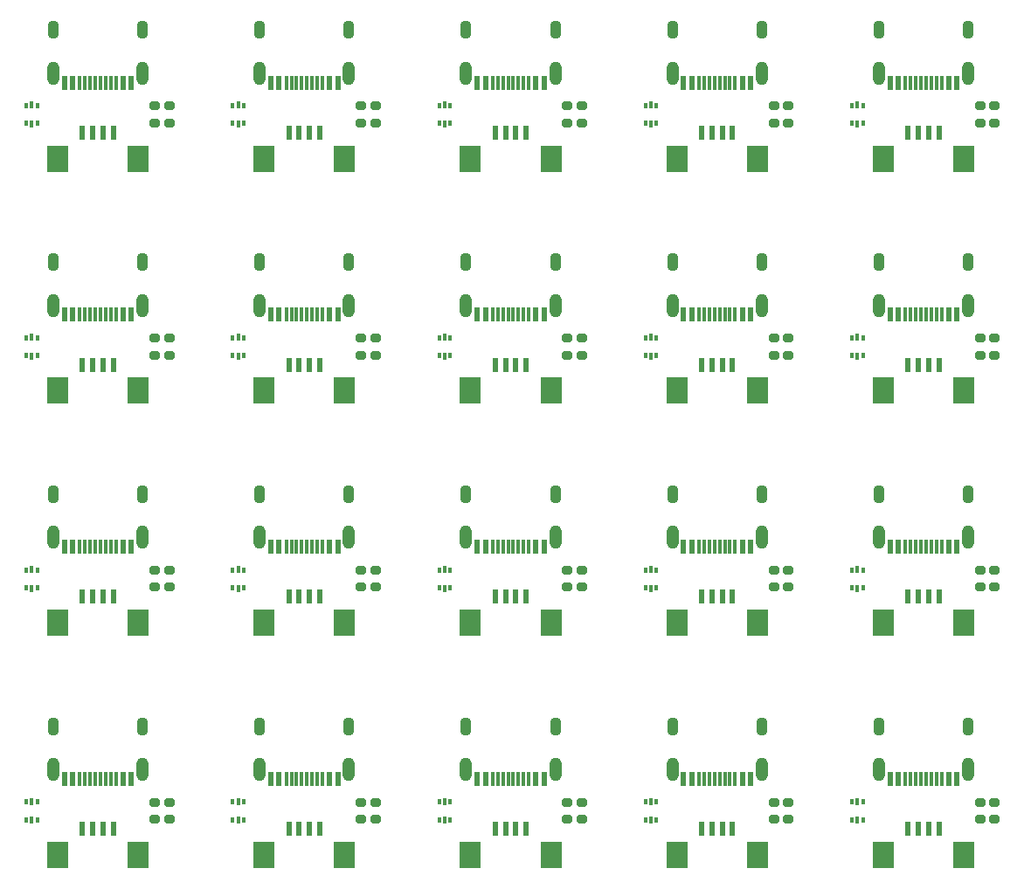
<source format=gtp>
%TF.GenerationSoftware,KiCad,Pcbnew,8.0.4*%
%TF.CreationDate,2024-12-20T12:35:40+08:00*%
%TF.ProjectId,c3-type-c-out-panelized-output,63332d74-7970-4652-9d63-2d6f75742d70,rev?*%
%TF.SameCoordinates,PX5836c38PY1312d00*%
%TF.FileFunction,Paste,Top*%
%TF.FilePolarity,Positive*%
%FSLAX46Y46*%
G04 Gerber Fmt 4.6, Leading zero omitted, Abs format (unit mm)*
G04 Created by KiCad (PCBNEW 8.0.4) date 2024-12-20 12:35:40*
%MOMM*%
%LPD*%
G01*
G04 APERTURE LIST*
G04 Aperture macros list*
%AMRoundRect*
0 Rectangle with rounded corners*
0 $1 Rounding radius*
0 $2 $3 $4 $5 $6 $7 $8 $9 X,Y pos of 4 corners*
0 Add a 4 corners polygon primitive as box body*
4,1,4,$2,$3,$4,$5,$6,$7,$8,$9,$2,$3,0*
0 Add four circle primitives for the rounded corners*
1,1,$1+$1,$2,$3*
1,1,$1+$1,$4,$5*
1,1,$1+$1,$6,$7*
1,1,$1+$1,$8,$9*
0 Add four rect primitives between the rounded corners*
20,1,$1+$1,$2,$3,$4,$5,0*
20,1,$1+$1,$4,$5,$6,$7,0*
20,1,$1+$1,$6,$7,$8,$9,0*
20,1,$1+$1,$8,$9,$2,$3,0*%
G04 Aperture macros list end*
%ADD10R,0.600000X1.450000*%
%ADD11R,0.300000X1.450000*%
%ADD12O,1.200000X2.300000*%
%ADD13O,1.100000X1.800000*%
%ADD14R,0.375000X0.500000*%
%ADD15R,0.300000X0.650000*%
%ADD16RoundRect,0.200000X-0.275000X0.200000X-0.275000X-0.200000X0.275000X-0.200000X0.275000X0.200000X0*%
%ADD17RoundRect,0.200000X0.275000X-0.200000X0.275000X0.200000X-0.275000X0.200000X-0.275000X-0.200000X0*%
%ADD18R,0.500000X1.400000*%
%ADD19R,2.000000X2.500000*%
G04 APERTURE END LIST*
D10*
%TO.C,J1*%
X99251000Y-51495000D03*
X98451000Y-51495000D03*
D11*
X97251000Y-51495000D03*
X96251000Y-51495000D03*
X95751000Y-51495000D03*
X94751000Y-51495000D03*
D10*
X93551000Y-51495000D03*
X92751000Y-51495000D03*
X92751000Y-51495000D03*
X93551000Y-51495000D03*
D11*
X94251000Y-51495000D03*
X95251000Y-51495000D03*
X96751000Y-51495000D03*
X97751000Y-51495000D03*
D10*
X98451000Y-51495000D03*
X99251000Y-51495000D03*
D12*
X100321000Y-50580000D03*
D13*
X100321000Y-46400000D03*
D12*
X91681000Y-50580000D03*
D13*
X91681000Y-46400000D03*
%TD*%
D10*
%TO.C,J1*%
X39251000Y-6495000D03*
X38451000Y-6495000D03*
D11*
X37251000Y-6495000D03*
X36251000Y-6495000D03*
X35751000Y-6495000D03*
X34751000Y-6495000D03*
D10*
X33551000Y-6495000D03*
X32751000Y-6495000D03*
X32751000Y-6495000D03*
X33551000Y-6495000D03*
D11*
X34251000Y-6495000D03*
X35251000Y-6495000D03*
X36751000Y-6495000D03*
X37751000Y-6495000D03*
D10*
X38451000Y-6495000D03*
X39251000Y-6495000D03*
D12*
X40321000Y-5580000D03*
D13*
X40321000Y-1400000D03*
D12*
X31681000Y-5580000D03*
D13*
X31681000Y-1400000D03*
%TD*%
D14*
%TO.C,U1*%
X70138500Y-76250000D03*
D15*
X69601000Y-76175000D03*
D14*
X69063500Y-76250000D03*
X69063500Y-77950000D03*
D15*
X69601000Y-78025000D03*
D14*
X70138500Y-77950000D03*
%TD*%
%TO.C,U1*%
X50138500Y-53750000D03*
D15*
X49601000Y-53675000D03*
D14*
X49063500Y-53750000D03*
X49063500Y-55450000D03*
D15*
X49601000Y-55525000D03*
D14*
X50138500Y-55450000D03*
%TD*%
D10*
%TO.C,J1*%
X79251000Y-6495000D03*
X78451000Y-6495000D03*
D11*
X77251000Y-6495000D03*
X76251000Y-6495000D03*
X75751000Y-6495000D03*
X74751000Y-6495000D03*
D10*
X73551000Y-6495000D03*
X72751000Y-6495000D03*
X72751000Y-6495000D03*
X73551000Y-6495000D03*
D11*
X74251000Y-6495000D03*
X75251000Y-6495000D03*
X76751000Y-6495000D03*
X77751000Y-6495000D03*
D10*
X78451000Y-6495000D03*
X79251000Y-6495000D03*
D12*
X80321000Y-5580000D03*
D13*
X80321000Y-1400000D03*
D12*
X71681000Y-5580000D03*
D13*
X71681000Y-1400000D03*
%TD*%
D14*
%TO.C,U1*%
X10138500Y-53750000D03*
D15*
X9601000Y-53675000D03*
D14*
X9063500Y-53750000D03*
X9063500Y-55450000D03*
D15*
X9601000Y-55525000D03*
D14*
X10138500Y-55450000D03*
%TD*%
D10*
%TO.C,J1*%
X19251000Y-28995000D03*
X18451000Y-28995000D03*
D11*
X17251000Y-28995000D03*
X16251000Y-28995000D03*
X15751000Y-28995000D03*
X14751000Y-28995000D03*
D10*
X13551000Y-28995000D03*
X12751000Y-28995000D03*
X12751000Y-28995000D03*
X13551000Y-28995000D03*
D11*
X14251000Y-28995000D03*
X15251000Y-28995000D03*
X16751000Y-28995000D03*
X17751000Y-28995000D03*
D10*
X18451000Y-28995000D03*
X19251000Y-28995000D03*
D12*
X20321000Y-28080000D03*
D13*
X20321000Y-23900000D03*
D12*
X11681000Y-28080000D03*
D13*
X11681000Y-23900000D03*
%TD*%
D14*
%TO.C,U1*%
X70138500Y-53750000D03*
D15*
X69601000Y-53675000D03*
D14*
X69063500Y-53750000D03*
X69063500Y-55450000D03*
D15*
X69601000Y-55525000D03*
D14*
X70138500Y-55450000D03*
%TD*%
D10*
%TO.C,J1*%
X59251000Y-73995000D03*
X58451000Y-73995000D03*
D11*
X57251000Y-73995000D03*
X56251000Y-73995000D03*
X55751000Y-73995000D03*
X54751000Y-73995000D03*
D10*
X53551000Y-73995000D03*
X52751000Y-73995000D03*
X52751000Y-73995000D03*
X53551000Y-73995000D03*
D11*
X54251000Y-73995000D03*
X55251000Y-73995000D03*
X56751000Y-73995000D03*
X57751000Y-73995000D03*
D10*
X58451000Y-73995000D03*
X59251000Y-73995000D03*
D12*
X60321000Y-73080000D03*
D13*
X60321000Y-68900000D03*
D12*
X51681000Y-73080000D03*
D13*
X51681000Y-68900000D03*
%TD*%
D16*
%TO.C,R2*%
X81501000Y-8775000D03*
X81501000Y-10425000D03*
%TD*%
D10*
%TO.C,J1*%
X19251000Y-73995000D03*
X18451000Y-73995000D03*
D11*
X17251000Y-73995000D03*
X16251000Y-73995000D03*
X15751000Y-73995000D03*
X14751000Y-73995000D03*
D10*
X13551000Y-73995000D03*
X12751000Y-73995000D03*
X12751000Y-73995000D03*
X13551000Y-73995000D03*
D11*
X14251000Y-73995000D03*
X15251000Y-73995000D03*
X16751000Y-73995000D03*
X17751000Y-73995000D03*
D10*
X18451000Y-73995000D03*
X19251000Y-73995000D03*
D12*
X20321000Y-73080000D03*
D13*
X20321000Y-68900000D03*
D12*
X11681000Y-73080000D03*
D13*
X11681000Y-68900000D03*
%TD*%
D10*
%TO.C,J1*%
X39251000Y-51495000D03*
X38451000Y-51495000D03*
D11*
X37251000Y-51495000D03*
X36251000Y-51495000D03*
X35751000Y-51495000D03*
X34751000Y-51495000D03*
D10*
X33551000Y-51495000D03*
X32751000Y-51495000D03*
X32751000Y-51495000D03*
X33551000Y-51495000D03*
D11*
X34251000Y-51495000D03*
X35251000Y-51495000D03*
X36751000Y-51495000D03*
X37751000Y-51495000D03*
D10*
X38451000Y-51495000D03*
X39251000Y-51495000D03*
D12*
X40321000Y-50580000D03*
D13*
X40321000Y-46400000D03*
D12*
X31681000Y-50580000D03*
D13*
X31681000Y-46400000D03*
%TD*%
D17*
%TO.C,R1*%
X102901000Y-77925000D03*
X102901000Y-76275000D03*
%TD*%
%TO.C,R1*%
X82901000Y-55425000D03*
X82901000Y-53775000D03*
%TD*%
D18*
%TO.C,J2*%
X14501000Y-33850000D03*
X15501000Y-33850000D03*
X16501000Y-33850000D03*
X17501000Y-33850000D03*
D19*
X12101000Y-36375000D03*
X19901000Y-36375000D03*
%TD*%
D14*
%TO.C,U1*%
X10138500Y-31250000D03*
D15*
X9601000Y-31175000D03*
D14*
X9063500Y-31250000D03*
X9063500Y-32950000D03*
D15*
X9601000Y-33025000D03*
D14*
X10138500Y-32950000D03*
%TD*%
D16*
%TO.C,R2*%
X101501000Y-53775000D03*
X101501000Y-55425000D03*
%TD*%
%TO.C,R2*%
X21501000Y-76275000D03*
X21501000Y-77925000D03*
%TD*%
D18*
%TO.C,J2*%
X34501000Y-33850000D03*
X35501000Y-33850000D03*
X36501000Y-33850000D03*
X37501000Y-33850000D03*
D19*
X32101000Y-36375000D03*
X39901000Y-36375000D03*
%TD*%
D16*
%TO.C,R2*%
X61501000Y-31275000D03*
X61501000Y-32925000D03*
%TD*%
D17*
%TO.C,R1*%
X42901000Y-55425000D03*
X42901000Y-53775000D03*
%TD*%
D14*
%TO.C,U1*%
X90138500Y-76250000D03*
D15*
X89601000Y-76175000D03*
D14*
X89063500Y-76250000D03*
X89063500Y-77950000D03*
D15*
X89601000Y-78025000D03*
D14*
X90138500Y-77950000D03*
%TD*%
D17*
%TO.C,R1*%
X102901000Y-10425000D03*
X102901000Y-8775000D03*
%TD*%
%TO.C,R1*%
X62901000Y-55425000D03*
X62901000Y-53775000D03*
%TD*%
%TO.C,R1*%
X22901000Y-55425000D03*
X22901000Y-53775000D03*
%TD*%
D14*
%TO.C,U1*%
X10138500Y-76250000D03*
D15*
X9601000Y-76175000D03*
D14*
X9063500Y-76250000D03*
X9063500Y-77950000D03*
D15*
X9601000Y-78025000D03*
D14*
X10138500Y-77950000D03*
%TD*%
D16*
%TO.C,R2*%
X41501000Y-76275000D03*
X41501000Y-77925000D03*
%TD*%
D18*
%TO.C,J2*%
X74501000Y-78850000D03*
X75501000Y-78850000D03*
X76501000Y-78850000D03*
X77501000Y-78850000D03*
D19*
X72101000Y-81375000D03*
X79901000Y-81375000D03*
%TD*%
D18*
%TO.C,J2*%
X34501000Y-11350000D03*
X35501000Y-11350000D03*
X36501000Y-11350000D03*
X37501000Y-11350000D03*
D19*
X32101000Y-13875000D03*
X39901000Y-13875000D03*
%TD*%
D14*
%TO.C,U1*%
X30138500Y-53750000D03*
D15*
X29601000Y-53675000D03*
D14*
X29063500Y-53750000D03*
X29063500Y-55450000D03*
D15*
X29601000Y-55525000D03*
D14*
X30138500Y-55450000D03*
%TD*%
D10*
%TO.C,J1*%
X59251000Y-28995000D03*
X58451000Y-28995000D03*
D11*
X57251000Y-28995000D03*
X56251000Y-28995000D03*
X55751000Y-28995000D03*
X54751000Y-28995000D03*
D10*
X53551000Y-28995000D03*
X52751000Y-28995000D03*
X52751000Y-28995000D03*
X53551000Y-28995000D03*
D11*
X54251000Y-28995000D03*
X55251000Y-28995000D03*
X56751000Y-28995000D03*
X57751000Y-28995000D03*
D10*
X58451000Y-28995000D03*
X59251000Y-28995000D03*
D12*
X60321000Y-28080000D03*
D13*
X60321000Y-23900000D03*
D12*
X51681000Y-28080000D03*
D13*
X51681000Y-23900000D03*
%TD*%
D17*
%TO.C,R1*%
X42901000Y-10425000D03*
X42901000Y-8775000D03*
%TD*%
D18*
%TO.C,J2*%
X54501000Y-33850000D03*
X55501000Y-33850000D03*
X56501000Y-33850000D03*
X57501000Y-33850000D03*
D19*
X52101000Y-36375000D03*
X59901000Y-36375000D03*
%TD*%
D17*
%TO.C,R1*%
X102901000Y-55425000D03*
X102901000Y-53775000D03*
%TD*%
D16*
%TO.C,R2*%
X101501000Y-8775000D03*
X101501000Y-10425000D03*
%TD*%
D18*
%TO.C,J2*%
X74501000Y-56350000D03*
X75501000Y-56350000D03*
X76501000Y-56350000D03*
X77501000Y-56350000D03*
D19*
X72101000Y-58875000D03*
X79901000Y-58875000D03*
%TD*%
D16*
%TO.C,R2*%
X81501000Y-31275000D03*
X81501000Y-32925000D03*
%TD*%
D18*
%TO.C,J2*%
X74501000Y-33850000D03*
X75501000Y-33850000D03*
X76501000Y-33850000D03*
X77501000Y-33850000D03*
D19*
X72101000Y-36375000D03*
X79901000Y-36375000D03*
%TD*%
D17*
%TO.C,R1*%
X62901000Y-77925000D03*
X62901000Y-76275000D03*
%TD*%
D16*
%TO.C,R2*%
X21501000Y-8775000D03*
X21501000Y-10425000D03*
%TD*%
D10*
%TO.C,J1*%
X79251000Y-51495000D03*
X78451000Y-51495000D03*
D11*
X77251000Y-51495000D03*
X76251000Y-51495000D03*
X75751000Y-51495000D03*
X74751000Y-51495000D03*
D10*
X73551000Y-51495000D03*
X72751000Y-51495000D03*
X72751000Y-51495000D03*
X73551000Y-51495000D03*
D11*
X74251000Y-51495000D03*
X75251000Y-51495000D03*
X76751000Y-51495000D03*
X77751000Y-51495000D03*
D10*
X78451000Y-51495000D03*
X79251000Y-51495000D03*
D12*
X80321000Y-50580000D03*
D13*
X80321000Y-46400000D03*
D12*
X71681000Y-50580000D03*
D13*
X71681000Y-46400000D03*
%TD*%
D18*
%TO.C,J2*%
X94501000Y-33850000D03*
X95501000Y-33850000D03*
X96501000Y-33850000D03*
X97501000Y-33850000D03*
D19*
X92101000Y-36375000D03*
X99901000Y-36375000D03*
%TD*%
D14*
%TO.C,U1*%
X50138500Y-31250000D03*
D15*
X49601000Y-31175000D03*
D14*
X49063500Y-31250000D03*
X49063500Y-32950000D03*
D15*
X49601000Y-33025000D03*
D14*
X50138500Y-32950000D03*
%TD*%
D17*
%TO.C,R1*%
X42901000Y-77925000D03*
X42901000Y-76275000D03*
%TD*%
D18*
%TO.C,J2*%
X94501000Y-78850000D03*
X95501000Y-78850000D03*
X96501000Y-78850000D03*
X97501000Y-78850000D03*
D19*
X92101000Y-81375000D03*
X99901000Y-81375000D03*
%TD*%
D17*
%TO.C,R1*%
X82901000Y-32925000D03*
X82901000Y-31275000D03*
%TD*%
D14*
%TO.C,U1*%
X90138500Y-8750000D03*
D15*
X89601000Y-8675000D03*
D14*
X89063500Y-8750000D03*
X89063500Y-10450000D03*
D15*
X89601000Y-10525000D03*
D14*
X90138500Y-10450000D03*
%TD*%
D16*
%TO.C,R2*%
X61501000Y-76275000D03*
X61501000Y-77925000D03*
%TD*%
D18*
%TO.C,J2*%
X54501000Y-78850000D03*
X55501000Y-78850000D03*
X56501000Y-78850000D03*
X57501000Y-78850000D03*
D19*
X52101000Y-81375000D03*
X59901000Y-81375000D03*
%TD*%
D16*
%TO.C,R2*%
X41501000Y-31275000D03*
X41501000Y-32925000D03*
%TD*%
D17*
%TO.C,R1*%
X102901000Y-32925000D03*
X102901000Y-31275000D03*
%TD*%
D14*
%TO.C,U1*%
X30138500Y-8750000D03*
D15*
X29601000Y-8675000D03*
D14*
X29063500Y-8750000D03*
X29063500Y-10450000D03*
D15*
X29601000Y-10525000D03*
D14*
X30138500Y-10450000D03*
%TD*%
D16*
%TO.C,R2*%
X41501000Y-8775000D03*
X41501000Y-10425000D03*
%TD*%
D17*
%TO.C,R1*%
X22901000Y-10425000D03*
X22901000Y-8775000D03*
%TD*%
D18*
%TO.C,J2*%
X14501000Y-56350000D03*
X15501000Y-56350000D03*
X16501000Y-56350000D03*
X17501000Y-56350000D03*
D19*
X12101000Y-58875000D03*
X19901000Y-58875000D03*
%TD*%
D17*
%TO.C,R1*%
X62901000Y-32925000D03*
X62901000Y-31275000D03*
%TD*%
D18*
%TO.C,J2*%
X74501000Y-11350000D03*
X75501000Y-11350000D03*
X76501000Y-11350000D03*
X77501000Y-11350000D03*
D19*
X72101000Y-13875000D03*
X79901000Y-13875000D03*
%TD*%
D14*
%TO.C,U1*%
X50138500Y-8750000D03*
D15*
X49601000Y-8675000D03*
D14*
X49063500Y-8750000D03*
X49063500Y-10450000D03*
D15*
X49601000Y-10525000D03*
D14*
X50138500Y-10450000D03*
%TD*%
D10*
%TO.C,J1*%
X19251000Y-51495000D03*
X18451000Y-51495000D03*
D11*
X17251000Y-51495000D03*
X16251000Y-51495000D03*
X15751000Y-51495000D03*
X14751000Y-51495000D03*
D10*
X13551000Y-51495000D03*
X12751000Y-51495000D03*
X12751000Y-51495000D03*
X13551000Y-51495000D03*
D11*
X14251000Y-51495000D03*
X15251000Y-51495000D03*
X16751000Y-51495000D03*
X17751000Y-51495000D03*
D10*
X18451000Y-51495000D03*
X19251000Y-51495000D03*
D12*
X20321000Y-50580000D03*
D13*
X20321000Y-46400000D03*
D12*
X11681000Y-50580000D03*
D13*
X11681000Y-46400000D03*
%TD*%
D16*
%TO.C,R2*%
X101501000Y-31275000D03*
X101501000Y-32925000D03*
%TD*%
D17*
%TO.C,R1*%
X62901000Y-10425000D03*
X62901000Y-8775000D03*
%TD*%
D18*
%TO.C,J2*%
X54501000Y-56350000D03*
X55501000Y-56350000D03*
X56501000Y-56350000D03*
X57501000Y-56350000D03*
D19*
X52101000Y-58875000D03*
X59901000Y-58875000D03*
%TD*%
D14*
%TO.C,U1*%
X10138500Y-8750000D03*
D15*
X9601000Y-8675000D03*
D14*
X9063500Y-8750000D03*
X9063500Y-10450000D03*
D15*
X9601000Y-10525000D03*
D14*
X10138500Y-10450000D03*
%TD*%
D10*
%TO.C,J1*%
X79251000Y-73995000D03*
X78451000Y-73995000D03*
D11*
X77251000Y-73995000D03*
X76251000Y-73995000D03*
X75751000Y-73995000D03*
X74751000Y-73995000D03*
D10*
X73551000Y-73995000D03*
X72751000Y-73995000D03*
X72751000Y-73995000D03*
X73551000Y-73995000D03*
D11*
X74251000Y-73995000D03*
X75251000Y-73995000D03*
X76751000Y-73995000D03*
X77751000Y-73995000D03*
D10*
X78451000Y-73995000D03*
X79251000Y-73995000D03*
D12*
X80321000Y-73080000D03*
D13*
X80321000Y-68900000D03*
D12*
X71681000Y-73080000D03*
D13*
X71681000Y-68900000D03*
%TD*%
D18*
%TO.C,J2*%
X34501000Y-78850000D03*
X35501000Y-78850000D03*
X36501000Y-78850000D03*
X37501000Y-78850000D03*
D19*
X32101000Y-81375000D03*
X39901000Y-81375000D03*
%TD*%
D10*
%TO.C,J1*%
X39251000Y-73995000D03*
X38451000Y-73995000D03*
D11*
X37251000Y-73995000D03*
X36251000Y-73995000D03*
X35751000Y-73995000D03*
X34751000Y-73995000D03*
D10*
X33551000Y-73995000D03*
X32751000Y-73995000D03*
X32751000Y-73995000D03*
X33551000Y-73995000D03*
D11*
X34251000Y-73995000D03*
X35251000Y-73995000D03*
X36751000Y-73995000D03*
X37751000Y-73995000D03*
D10*
X38451000Y-73995000D03*
X39251000Y-73995000D03*
D12*
X40321000Y-73080000D03*
D13*
X40321000Y-68900000D03*
D12*
X31681000Y-73080000D03*
D13*
X31681000Y-68900000D03*
%TD*%
D14*
%TO.C,U1*%
X90138500Y-53750000D03*
D15*
X89601000Y-53675000D03*
D14*
X89063500Y-53750000D03*
X89063500Y-55450000D03*
D15*
X89601000Y-55525000D03*
D14*
X90138500Y-55450000D03*
%TD*%
D16*
%TO.C,R2*%
X81501000Y-76275000D03*
X81501000Y-77925000D03*
%TD*%
D17*
%TO.C,R1*%
X82901000Y-77925000D03*
X82901000Y-76275000D03*
%TD*%
D10*
%TO.C,J1*%
X19251000Y-6495000D03*
X18451000Y-6495000D03*
D11*
X17251000Y-6495000D03*
X16251000Y-6495000D03*
X15751000Y-6495000D03*
X14751000Y-6495000D03*
D10*
X13551000Y-6495000D03*
X12751000Y-6495000D03*
X12751000Y-6495000D03*
X13551000Y-6495000D03*
D11*
X14251000Y-6495000D03*
X15251000Y-6495000D03*
X16751000Y-6495000D03*
X17751000Y-6495000D03*
D10*
X18451000Y-6495000D03*
X19251000Y-6495000D03*
D12*
X20321000Y-5580000D03*
D13*
X20321000Y-1400000D03*
D12*
X11681000Y-5580000D03*
D13*
X11681000Y-1400000D03*
%TD*%
D16*
%TO.C,R2*%
X61501000Y-8775000D03*
X61501000Y-10425000D03*
%TD*%
D18*
%TO.C,J2*%
X34501000Y-56350000D03*
X35501000Y-56350000D03*
X36501000Y-56350000D03*
X37501000Y-56350000D03*
D19*
X32101000Y-58875000D03*
X39901000Y-58875000D03*
%TD*%
D18*
%TO.C,J2*%
X14501000Y-11350000D03*
X15501000Y-11350000D03*
X16501000Y-11350000D03*
X17501000Y-11350000D03*
D19*
X12101000Y-13875000D03*
X19901000Y-13875000D03*
%TD*%
D17*
%TO.C,R1*%
X22901000Y-77925000D03*
X22901000Y-76275000D03*
%TD*%
D14*
%TO.C,U1*%
X70138500Y-31250000D03*
D15*
X69601000Y-31175000D03*
D14*
X69063500Y-31250000D03*
X69063500Y-32950000D03*
D15*
X69601000Y-33025000D03*
D14*
X70138500Y-32950000D03*
%TD*%
D18*
%TO.C,J2*%
X54501000Y-11350000D03*
X55501000Y-11350000D03*
X56501000Y-11350000D03*
X57501000Y-11350000D03*
D19*
X52101000Y-13875000D03*
X59901000Y-13875000D03*
%TD*%
D14*
%TO.C,U1*%
X70138500Y-8750000D03*
D15*
X69601000Y-8675000D03*
D14*
X69063500Y-8750000D03*
X69063500Y-10450000D03*
D15*
X69601000Y-10525000D03*
D14*
X70138500Y-10450000D03*
%TD*%
D10*
%TO.C,J1*%
X59251000Y-51495000D03*
X58451000Y-51495000D03*
D11*
X57251000Y-51495000D03*
X56251000Y-51495000D03*
X55751000Y-51495000D03*
X54751000Y-51495000D03*
D10*
X53551000Y-51495000D03*
X52751000Y-51495000D03*
X52751000Y-51495000D03*
X53551000Y-51495000D03*
D11*
X54251000Y-51495000D03*
X55251000Y-51495000D03*
X56751000Y-51495000D03*
X57751000Y-51495000D03*
D10*
X58451000Y-51495000D03*
X59251000Y-51495000D03*
D12*
X60321000Y-50580000D03*
D13*
X60321000Y-46400000D03*
D12*
X51681000Y-50580000D03*
D13*
X51681000Y-46400000D03*
%TD*%
D10*
%TO.C,J1*%
X79251000Y-28995000D03*
X78451000Y-28995000D03*
D11*
X77251000Y-28995000D03*
X76251000Y-28995000D03*
X75751000Y-28995000D03*
X74751000Y-28995000D03*
D10*
X73551000Y-28995000D03*
X72751000Y-28995000D03*
X72751000Y-28995000D03*
X73551000Y-28995000D03*
D11*
X74251000Y-28995000D03*
X75251000Y-28995000D03*
X76751000Y-28995000D03*
X77751000Y-28995000D03*
D10*
X78451000Y-28995000D03*
X79251000Y-28995000D03*
D12*
X80321000Y-28080000D03*
D13*
X80321000Y-23900000D03*
D12*
X71681000Y-28080000D03*
D13*
X71681000Y-23900000D03*
%TD*%
D10*
%TO.C,J1*%
X59251000Y-6495000D03*
X58451000Y-6495000D03*
D11*
X57251000Y-6495000D03*
X56251000Y-6495000D03*
X55751000Y-6495000D03*
X54751000Y-6495000D03*
D10*
X53551000Y-6495000D03*
X52751000Y-6495000D03*
X52751000Y-6495000D03*
X53551000Y-6495000D03*
D11*
X54251000Y-6495000D03*
X55251000Y-6495000D03*
X56751000Y-6495000D03*
X57751000Y-6495000D03*
D10*
X58451000Y-6495000D03*
X59251000Y-6495000D03*
D12*
X60321000Y-5580000D03*
D13*
X60321000Y-1400000D03*
D12*
X51681000Y-5580000D03*
D13*
X51681000Y-1400000D03*
%TD*%
D10*
%TO.C,J1*%
X39251000Y-28995000D03*
X38451000Y-28995000D03*
D11*
X37251000Y-28995000D03*
X36251000Y-28995000D03*
X35751000Y-28995000D03*
X34751000Y-28995000D03*
D10*
X33551000Y-28995000D03*
X32751000Y-28995000D03*
X32751000Y-28995000D03*
X33551000Y-28995000D03*
D11*
X34251000Y-28995000D03*
X35251000Y-28995000D03*
X36751000Y-28995000D03*
X37751000Y-28995000D03*
D10*
X38451000Y-28995000D03*
X39251000Y-28995000D03*
D12*
X40321000Y-28080000D03*
D13*
X40321000Y-23900000D03*
D12*
X31681000Y-28080000D03*
D13*
X31681000Y-23900000D03*
%TD*%
D18*
%TO.C,J2*%
X94501000Y-56350000D03*
X95501000Y-56350000D03*
X96501000Y-56350000D03*
X97501000Y-56350000D03*
D19*
X92101000Y-58875000D03*
X99901000Y-58875000D03*
%TD*%
D18*
%TO.C,J2*%
X14501000Y-78850000D03*
X15501000Y-78850000D03*
X16501000Y-78850000D03*
X17501000Y-78850000D03*
D19*
X12101000Y-81375000D03*
X19901000Y-81375000D03*
%TD*%
D14*
%TO.C,U1*%
X30138500Y-31250000D03*
D15*
X29601000Y-31175000D03*
D14*
X29063500Y-31250000D03*
X29063500Y-32950000D03*
D15*
X29601000Y-33025000D03*
D14*
X30138500Y-32950000D03*
%TD*%
D17*
%TO.C,R1*%
X22901000Y-32925000D03*
X22901000Y-31275000D03*
%TD*%
D16*
%TO.C,R2*%
X81501000Y-53775000D03*
X81501000Y-55425000D03*
%TD*%
%TO.C,R2*%
X101501000Y-76275000D03*
X101501000Y-77925000D03*
%TD*%
%TO.C,R2*%
X41501000Y-53775000D03*
X41501000Y-55425000D03*
%TD*%
D10*
%TO.C,J1*%
X99251000Y-73995000D03*
X98451000Y-73995000D03*
D11*
X97251000Y-73995000D03*
X96251000Y-73995000D03*
X95751000Y-73995000D03*
X94751000Y-73995000D03*
D10*
X93551000Y-73995000D03*
X92751000Y-73995000D03*
X92751000Y-73995000D03*
X93551000Y-73995000D03*
D11*
X94251000Y-73995000D03*
X95251000Y-73995000D03*
X96751000Y-73995000D03*
X97751000Y-73995000D03*
D10*
X98451000Y-73995000D03*
X99251000Y-73995000D03*
D12*
X100321000Y-73080000D03*
D13*
X100321000Y-68900000D03*
D12*
X91681000Y-73080000D03*
D13*
X91681000Y-68900000D03*
%TD*%
D18*
%TO.C,J2*%
X94501000Y-11350000D03*
X95501000Y-11350000D03*
X96501000Y-11350000D03*
X97501000Y-11350000D03*
D19*
X92101000Y-13875000D03*
X99901000Y-13875000D03*
%TD*%
D16*
%TO.C,R2*%
X61501000Y-53775000D03*
X61501000Y-55425000D03*
%TD*%
D10*
%TO.C,J1*%
X99251000Y-28995000D03*
X98451000Y-28995000D03*
D11*
X97251000Y-28995000D03*
X96251000Y-28995000D03*
X95751000Y-28995000D03*
X94751000Y-28995000D03*
D10*
X93551000Y-28995000D03*
X92751000Y-28995000D03*
X92751000Y-28995000D03*
X93551000Y-28995000D03*
D11*
X94251000Y-28995000D03*
X95251000Y-28995000D03*
X96751000Y-28995000D03*
X97751000Y-28995000D03*
D10*
X98451000Y-28995000D03*
X99251000Y-28995000D03*
D12*
X100321000Y-28080000D03*
D13*
X100321000Y-23900000D03*
D12*
X91681000Y-28080000D03*
D13*
X91681000Y-23900000D03*
%TD*%
D17*
%TO.C,R1*%
X42901000Y-32925000D03*
X42901000Y-31275000D03*
%TD*%
D14*
%TO.C,U1*%
X30138500Y-76250000D03*
D15*
X29601000Y-76175000D03*
D14*
X29063500Y-76250000D03*
X29063500Y-77950000D03*
D15*
X29601000Y-78025000D03*
D14*
X30138500Y-77950000D03*
%TD*%
%TO.C,U1*%
X90138500Y-31250000D03*
D15*
X89601000Y-31175000D03*
D14*
X89063500Y-31250000D03*
X89063500Y-32950000D03*
D15*
X89601000Y-33025000D03*
D14*
X90138500Y-32950000D03*
%TD*%
D16*
%TO.C,R2*%
X21501000Y-53775000D03*
X21501000Y-55425000D03*
%TD*%
D17*
%TO.C,R1*%
X82901000Y-10425000D03*
X82901000Y-8775000D03*
%TD*%
D10*
%TO.C,J1*%
X99251000Y-6495000D03*
X98451000Y-6495000D03*
D11*
X97251000Y-6495000D03*
X96251000Y-6495000D03*
X95751000Y-6495000D03*
X94751000Y-6495000D03*
D10*
X93551000Y-6495000D03*
X92751000Y-6495000D03*
X92751000Y-6495000D03*
X93551000Y-6495000D03*
D11*
X94251000Y-6495000D03*
X95251000Y-6495000D03*
X96751000Y-6495000D03*
X97751000Y-6495000D03*
D10*
X98451000Y-6495000D03*
X99251000Y-6495000D03*
D12*
X100321000Y-5580000D03*
D13*
X100321000Y-1400000D03*
D12*
X91681000Y-5580000D03*
D13*
X91681000Y-1400000D03*
%TD*%
D14*
%TO.C,U1*%
X50138500Y-76250000D03*
D15*
X49601000Y-76175000D03*
D14*
X49063500Y-76250000D03*
X49063500Y-77950000D03*
D15*
X49601000Y-78025000D03*
D14*
X50138500Y-77950000D03*
%TD*%
D16*
%TO.C,R2*%
X21501000Y-31275000D03*
X21501000Y-32925000D03*
%TD*%
M02*

</source>
